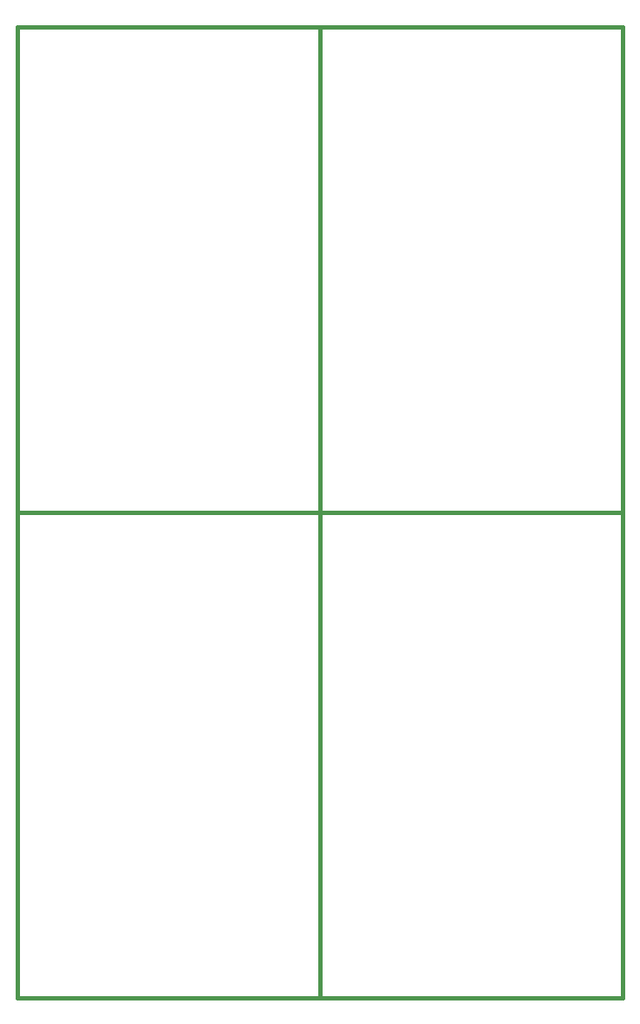
<source format=gbr>
G04 #@! TF.GenerationSoftware,KiCad,Pcbnew,5.0.0-rc2-dev-unknown-ce1bd4c~62~ubuntu16.04.1*
G04 #@! TF.CreationDate,2018-03-08T22:00:34+01:00*
G04 #@! TF.ProjectId,BM20_multi,424D32305F6D756C74692E6B69636164,rev?*
G04 #@! TF.SameCoordinates,Original*
G04 #@! TF.FileFunction,Profile,NP*
%FSLAX46Y46*%
G04 Gerber Fmt 4.6, Leading zero omitted, Abs format (unit mm)*
G04 Created by KiCad (PCBNEW 5.0.0-rc2-dev-unknown-ce1bd4c~62~ubuntu16.04.1) date Thu Mar  8 22:00:34 2018*
%MOMM*%
%LPD*%
G01*
G04 APERTURE LIST*
%ADD10C,0.400000*%
G04 APERTURE END LIST*
D10*
X100584000Y-143256000D02*
X130048000Y-143256000D01*
X100584000Y-96012000D02*
X100584000Y-143256000D01*
X159512000Y-96012000D02*
X130048000Y-96012000D01*
X130048000Y-143256000D02*
X159512000Y-143256000D01*
X130048000Y-96012000D02*
X130048000Y-143256000D01*
X159512000Y-143256000D02*
X159512000Y-96012000D01*
X159512000Y-48768000D02*
X130048000Y-48768000D01*
X159512000Y-96012000D02*
X159512000Y-48768000D01*
X100584000Y-96012000D02*
X130048000Y-96012000D01*
X100584000Y-48768000D02*
X100584000Y-96012000D01*
X130048000Y-48768000D02*
X100584000Y-48768000D01*
X130048000Y-96012000D02*
X130048000Y-48768000D01*
M02*

</source>
